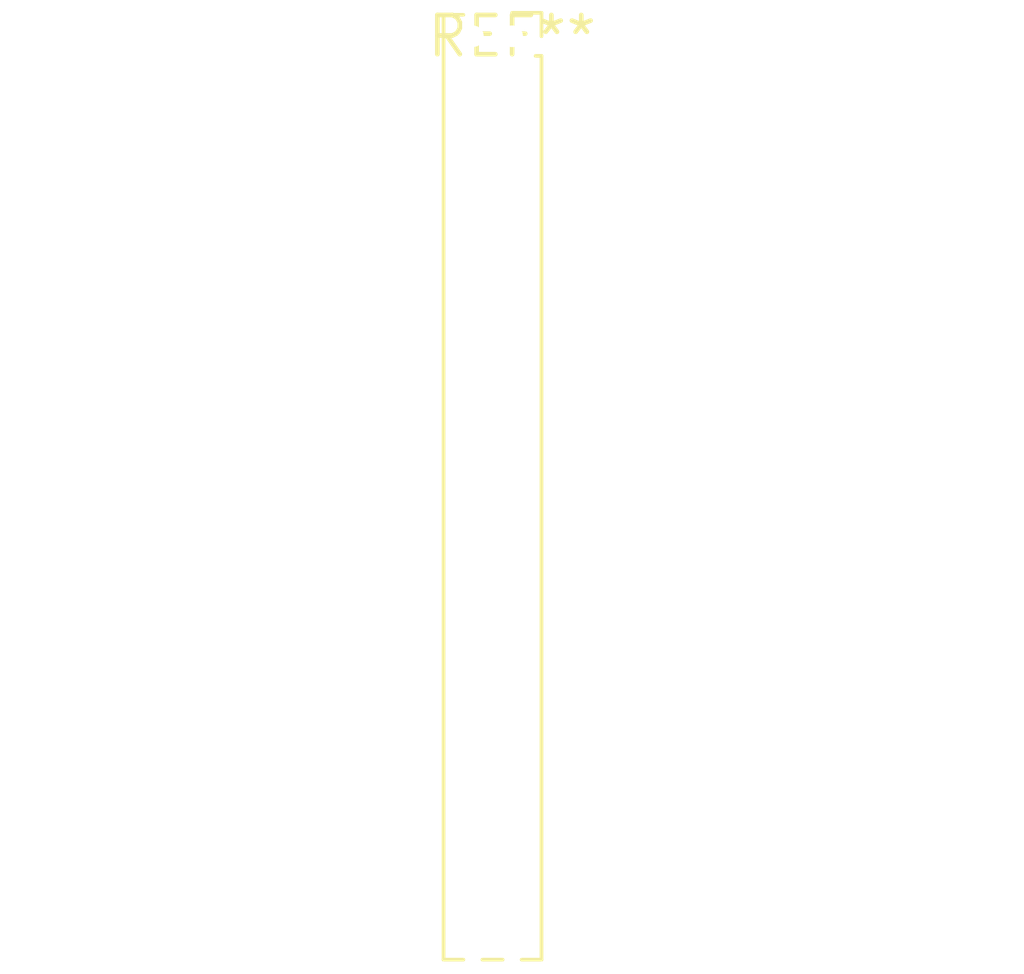
<source format=kicad_pcb>
(kicad_pcb (version 20240108) (generator pcbnew)
  (layers (0 "F.Cu" signal) (31 "B.Cu" signal) (34 "B.Paste" user) (35 "F.Paste" user) (36 "B.SilkS" user "B.Silkscreen") (37 "F.SilkS" user "F.Silkscreen") (38 "B.Mask" user) (39 "F.Mask" user) (44 "Edge.Cuts" user))
  (net 0 "")
  (footprint "PinSocket_2x24_P1.27mm_Vertical" (layer "F.Cu") (at 0 0)
    (property "Reference" "REF**")
    (property "Value" "PinSocket_2x24_P1.27mm_Vertical")
    (fp_line (start -2.22 -0.695) (end -2.22 29.905) (layer "F.SilkS") (stroke (width 0.12)))
    (fp_line (start -2.22 -0.695) (end -1.57753 -0.695) (layer "F.SilkS") (stroke (width 0.12)))
    (fp_line (start -2.22 29.905) (end -1.57753 29.905) (layer "F.SilkS") (stroke (width 0.12)))
    (fp_line (start -0.96247 -0.695) (end -0.76 -0.695) (layer "F.SilkS") (stroke (width 0.12)))
    (fp_line (start -0.96247 29.905) (end -0.30753 29.905) (layer "F.SilkS") (stroke (width 0.12)))
    (fp_line (start 0 -0.76) (end 0.95 -0.76) (layer "F.SilkS") (stroke (width 0.12)))
    (fp_line (start 0.30753 29.905) (end 0.95 29.905) (layer "F.SilkS") (stroke (width 0.12)))
    (fp_line (start 0.76 0.635) (end 0.95 0.635) (layer "F.SilkS") (stroke (width 0.12)))
    (fp_line (start 0.95 -0.76) (end 0.95 0) (layer "F.SilkS") (stroke (width 0.12)))
    (fp_line (start 0.95 0.635) (end 0.95 29.905) (layer "F.SilkS") (stroke (width 0.12)))
    (pad "1" thru_hole rect (at 0 0) (size 1 1) (drill 0.7) (layers *.Cu *.Mask) (remove_unused_layers))
    (pad "2" thru_hole oval (at -1.27 0) (size 1 1) (drill 0.7) (layers *.Cu *.Mask) (remove_unused_layers))
    (pad "3" thru_hole oval (at 0 1.27) (size 1 1) (drill 0.7) (layers *.Cu *.Mask) (remove_unused_layers))
    (pad "4" thru_hole oval (at -1.27 1.27) (size 1 1) (drill 0.7) (layers *.Cu *.Mask) (remove_unused_layers))
    (pad "5" thru_hole oval (at 0 2.54) (size 1 1) (drill 0.7) (layers *.Cu *.Mask) (remove_unused_layers))
    (pad "6" thru_hole oval (at -1.27 2.54) (size 1 1) (drill 0.7) (layers *.Cu *.Mask) (remove_unused_layers))
    (pad "7" thru_hole oval (at 0 3.81) (size 1 1) (drill 0.7) (layers *.Cu *.Mask) (remove_unused_layers))
    (pad "8" thru_hole oval (at -1.27 3.81) (size 1 1) (drill 0.7) (layers *.Cu *.Mask) (remove_unused_layers))
    (pad "9" thru_hole oval (at 0 5.08) (size 1 1) (drill 0.7) (layers *.Cu *.Mask) (remove_unused_layers))
    (pad "10" thru_hole oval (at -1.27 5.08) (size 1 1) (drill 0.7) (layers *.Cu *.Mask) (remove_unused_layers))
    (pad "11" thru_hole oval (at 0 6.35) (size 1 1) (drill 0.7) (layers *.Cu *.Mask) (remove_unused_layers))
    (pad "12" thru_hole oval (at -1.27 6.35) (size 1 1) (drill 0.7) (layers *.Cu *.Mask) (remove_unused_layers))
    (pad "13" thru_hole oval (at 0 7.62) (size 1 1) (drill 0.7) (layers *.Cu *.Mask) (remove_unused_layers))
    (pad "14" thru_hole oval (at -1.27 7.62) (size 1 1) (drill 0.7) (layers *.Cu *.Mask) (remove_unused_layers))
    (pad "15" thru_hole oval (at 0 8.89) (size 1 1) (drill 0.7) (layers *.Cu *.Mask) (remove_unused_layers))
    (pad "16" thru_hole oval (at -1.27 8.89) (size 1 1) (drill 0.7) (layers *.Cu *.Mask) (remove_unused_layers))
    (pad "17" thru_hole oval (at 0 10.16) (size 1 1) (drill 0.7) (layers *.Cu *.Mask) (remove_unused_layers))
    (pad "18" thru_hole oval (at -1.27 10.16) (size 1 1) (drill 0.7) (layers *.Cu *.Mask) (remove_unused_layers))
    (pad "19" thru_hole oval (at 0 11.43) (size 1 1) (drill 0.7) (layers *.Cu *.Mask) (remove_unused_layers))
    (pad "20" thru_hole oval (at -1.27 11.43) (size 1 1) (drill 0.7) (layers *.Cu *.Mask) (remove_unused_layers))
    (pad "21" thru_hole oval (at 0 12.7) (size 1 1) (drill 0.7) (layers *.Cu *.Mask) (remove_unused_layers))
    (pad "22" thru_hole oval (at -1.27 12.7) (size 1 1) (drill 0.7) (layers *.Cu *.Mask) (remove_unused_layers))
    (pad "23" thru_hole oval (at 0 13.97) (size 1 1) (drill 0.7) (layers *.Cu *.Mask) (remove_unused_layers))
    (pad "24" thru_hole oval (at -1.27 13.97) (size 1 1) (drill 0.7) (layers *.Cu *.Mask) (remove_unused_layers))
    (pad "25" thru_hole oval (at 0 15.24) (size 1 1) (drill 0.7) (layers *.Cu *.Mask) (remove_unused_layers))
    (pad "26" thru_hole oval (at -1.27 15.24) (size 1 1) (drill 0.7) (layers *.Cu *.Mask) (remove_unused_layers))
    (pad "27" thru_hole oval (at 0 16.51) (size 1 1) (drill 0.7) (layers *.Cu *.Mask) (remove_unused_layers))
    (pad "28" thru_hole oval (at -1.27 16.51) (size 1 1) (drill 0.7) (layers *.Cu *.Mask) (remove_unused_layers))
    (pad "29" thru_hole oval (at 0 17.78) (size 1 1) (drill 0.7) (layers *.Cu *.Mask) (remove_unused_layers))
    (pad "30" thru_hole oval (at -1.27 17.78) (size 1 1) (drill 0.7) (layers *.Cu *.Mask) (remove_unused_layers))
    (pad "31" thru_hole oval (at 0 19.05) (size 1 1) (drill 0.7) (layers *.Cu *.Mask) (remove_unused_layers))
    (pad "32" thru_hole oval (at -1.27 19.05) (size 1 1) (drill 0.7) (layers *.Cu *.Mask) (remove_unused_layers))
    (pad "33" thru_hole oval (at 0 20.32) (size 1 1) (drill 0.7) (layers *.Cu *.Mask) (remove_unused_layers))
    (pad "34" thru_hole oval (at -1.27 20.32) (size 1 1) (drill 0.7) (layers *.Cu *.Mask) (remove_unused_layers))
    (pad "35" thru_hole oval (at 0 21.59) (size 1 1) (drill 0.7) (layers *.Cu *.Mask) (remove_unused_layers))
    (pad "36" thru_hole oval (at -1.27 21.59) (size 1 1) (drill 0.7) (layers *.Cu *.Mask) (remove_unused_layers))
    (pad "37" thru_hole oval (at 0 22.86) (size 1 1) (drill 0.7) (layers *.Cu *.Mask) (remove_unused_layers))
    (pad "38" thru_hole oval (at -1.27 22.86) (size 1 1) (drill 0.7) (layers *.Cu *.Mask) (remove_unused_layers))
    (pad "39" thru_hole oval (at 0 24.13) (size 1 1) (drill 0.7) (layers *.Cu *.Mask) (remove_unused_layers))
    (pad "40" thru_hole oval (at -1.27 24.13) (size 1 1) (drill 0.7) (layers *.Cu *.Mask) (remove_unused_layers))
    (pad "41" thru_hole oval (at 0 25.4) (size 1 1) (drill 0.7) (layers *.Cu *.Mask) (remove_unused_layers))
    (pad "42" thru_hole oval (at -1.27 25.4) (size 1 1) (drill 0.7) (layers *.Cu *.Mask) (remove_unused_layers))
    (pad "43" thru_hole oval (at 0 26.67) (size 1 1) (drill 0.7) (layers *.Cu *.Mask) (remove_unused_layers))
    (pad "44" thru_hole oval (at -1.27 26.67) (size 1 1) (drill 0.7) (layers *.Cu *.Mask) (remove_unused_layers))
    (pad "45" thru_hole oval (at 0 27.94) (size 1 1) (drill 0.7) (layers *.Cu *.Mask) (remove_unused_layers))
    (pad "46" thru_hole oval (at -1.27 27.94) (size 1 1) (drill 0.7) (layers *.Cu *.Mask) (remove_unused_layers))
    (pad "47" thru_hole oval (at 0 29.21) (size 1 1) (drill 0.7) (layers *.Cu *.Mask) (remove_unused_layers))
    (pad "48" thru_hole oval (at -1.27 29.21) (size 1 1) (drill 0.7) (layers *.Cu *.Mask) (remove_unused_layers))
  )
)
</source>
